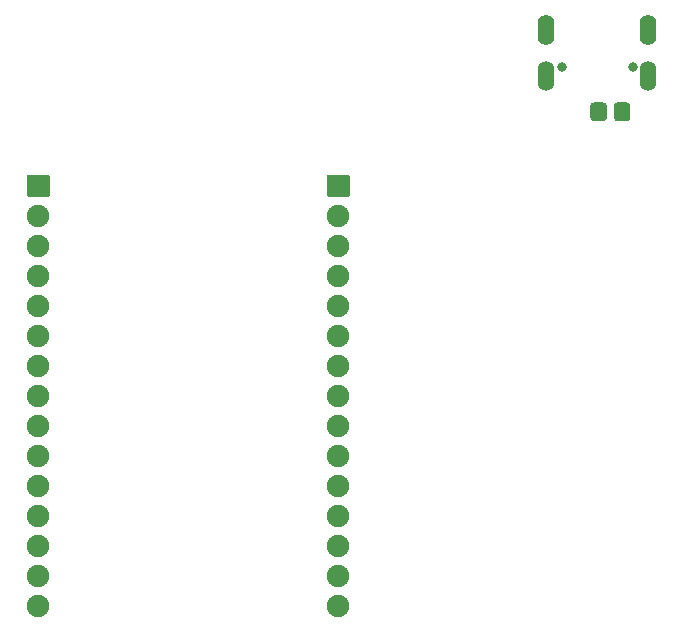
<source format=gbs>
%TF.GenerationSoftware,KiCad,Pcbnew,5.1.9+dfsg1-1+deb11u1*%
%TF.CreationDate,2025-09-19T15:38:10+02:00*%
%TF.ProjectId,ESP32-BOBOARD-5V,45535033-322d-4424-9f42-4f4152442d35,PCB_V1.1*%
%TF.SameCoordinates,Original*%
%TF.FileFunction,Soldermask,Bot*%
%TF.FilePolarity,Negative*%
%FSLAX46Y46*%
G04 Gerber Fmt 4.6, Leading zero omitted, Abs format (unit mm)*
G04 Created by KiCad (PCBNEW 5.1.9+dfsg1-1+deb11u1) date 2025-09-19 15:38:10*
%MOMM*%
%LPD*%
G01*
G04 APERTURE LIST*
%ADD10O,1.404000X2.604000*%
%ADD11O,1.362000X2.520000*%
%ADD12C,0.830000*%
%ADD13C,0.800000*%
%ADD14O,1.900000X1.900000*%
G04 APERTURE END LIST*
D10*
%TO.C,J5*%
X167980000Y-76000000D03*
X176620000Y-76000000D03*
D11*
X167980000Y-79825000D03*
X176620000Y-79825000D03*
D12*
X175300000Y-79100000D03*
X169300000Y-79100000D03*
D13*
X169300000Y-79100000D03*
%TD*%
D14*
%TO.C,J2*%
X150370000Y-124710000D03*
X150370000Y-122170000D03*
X150370000Y-119630000D03*
X150370000Y-117090000D03*
X150370000Y-114550000D03*
X150370000Y-112010000D03*
X150370000Y-109470000D03*
X150370000Y-106930000D03*
X150370000Y-104390000D03*
X150370000Y-101850000D03*
X150370000Y-99310000D03*
X150370000Y-96770000D03*
X150370000Y-94230000D03*
X150370000Y-91690000D03*
G36*
G01*
X149420000Y-90000000D02*
X149420000Y-88300000D01*
G75*
G02*
X149520000Y-88200000I100000J0D01*
G01*
X151220000Y-88200000D01*
G75*
G02*
X151320000Y-88300000I0J-100000D01*
G01*
X151320000Y-90000000D01*
G75*
G02*
X151220000Y-90100000I-100000J0D01*
G01*
X149520000Y-90100000D01*
G75*
G02*
X149420000Y-90000000I0J100000D01*
G01*
G37*
%TD*%
%TO.C,J1*%
X124980000Y-124710000D03*
X124980000Y-122170000D03*
X124980000Y-119630000D03*
X124980000Y-117090000D03*
X124980000Y-114550000D03*
X124980000Y-112010000D03*
X124980000Y-109470000D03*
X124980000Y-106930000D03*
X124980000Y-104390000D03*
X124980000Y-101850000D03*
X124980000Y-99310000D03*
X124980000Y-96770000D03*
X124980000Y-94230000D03*
X124980000Y-91690000D03*
G36*
G01*
X124030000Y-90000000D02*
X124030000Y-88300000D01*
G75*
G02*
X124130000Y-88200000I100000J0D01*
G01*
X125830000Y-88200000D01*
G75*
G02*
X125930000Y-88300000I0J-100000D01*
G01*
X125930000Y-90000000D01*
G75*
G02*
X125830000Y-90100000I-100000J0D01*
G01*
X124130000Y-90100000D01*
G75*
G02*
X124030000Y-90000000I0J100000D01*
G01*
G37*
%TD*%
%TO.C,R5*%
G36*
G01*
X173700000Y-83408335D02*
X173700000Y-82391665D01*
G75*
G02*
X173991665Y-82100000I291665J0D01*
G01*
X174808335Y-82100000D01*
G75*
G02*
X175100000Y-82391665I0J-291665D01*
G01*
X175100000Y-83408335D01*
G75*
G02*
X174808335Y-83700000I-291665J0D01*
G01*
X173991665Y-83700000D01*
G75*
G02*
X173700000Y-83408335I0J291665D01*
G01*
G37*
G36*
G01*
X171700000Y-83408335D02*
X171700000Y-82391665D01*
G75*
G02*
X171991665Y-82100000I291665J0D01*
G01*
X172808335Y-82100000D01*
G75*
G02*
X173100000Y-82391665I0J-291665D01*
G01*
X173100000Y-83408335D01*
G75*
G02*
X172808335Y-83700000I-291665J0D01*
G01*
X171991665Y-83700000D01*
G75*
G02*
X171700000Y-83408335I0J291665D01*
G01*
G37*
%TD*%
M02*

</source>
